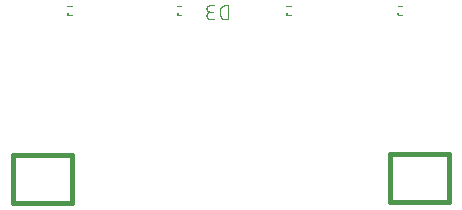
<source format=gbr>
G04 EAGLE Gerber RS-274X export*
G75*
%MOMM*%
%FSLAX34Y34*%
%LPD*%
%INSilkscreen Bottom*%
%IPPOS*%
%AMOC8*
5,1,8,0,0,1.08239X$1,22.5*%
G01*
%ADD10C,0.101600*%
%ADD11R,0.250000X0.225000*%
%ADD12C,0.406400*%


D10*
X338000Y166500D02*
X342000Y166500D01*
X342000Y173500D02*
X338000Y173500D01*
D11*
X338750Y167125D03*
D10*
X248000Y166500D02*
X244000Y166500D01*
X244000Y173500D02*
X248000Y173500D01*
D11*
X244750Y167125D03*
D10*
X155000Y166500D02*
X151000Y166500D01*
X151000Y173500D02*
X155000Y173500D01*
D11*
X151750Y167125D03*
D10*
X62000Y166500D02*
X58000Y166500D01*
X58000Y173500D02*
X62000Y173500D01*
D11*
X58750Y167125D03*
D12*
X331800Y48100D02*
X381800Y48100D01*
X381800Y8100D01*
X331800Y8100D01*
X331800Y48100D01*
X62800Y7300D02*
X12800Y7300D01*
X12800Y47300D01*
X62800Y47300D01*
X62800Y7300D01*
D10*
X194492Y162508D02*
X194492Y174192D01*
X191246Y174192D01*
X191133Y174190D01*
X191020Y174184D01*
X190907Y174174D01*
X190794Y174160D01*
X190682Y174143D01*
X190571Y174121D01*
X190461Y174096D01*
X190351Y174066D01*
X190243Y174033D01*
X190136Y173996D01*
X190030Y173956D01*
X189926Y173911D01*
X189823Y173863D01*
X189722Y173812D01*
X189623Y173757D01*
X189526Y173699D01*
X189431Y173637D01*
X189338Y173572D01*
X189248Y173504D01*
X189160Y173433D01*
X189074Y173358D01*
X188991Y173281D01*
X188911Y173201D01*
X188834Y173118D01*
X188759Y173032D01*
X188688Y172944D01*
X188620Y172854D01*
X188555Y172761D01*
X188493Y172666D01*
X188435Y172569D01*
X188380Y172470D01*
X188329Y172369D01*
X188281Y172266D01*
X188236Y172162D01*
X188196Y172056D01*
X188159Y171949D01*
X188126Y171841D01*
X188096Y171731D01*
X188071Y171621D01*
X188049Y171510D01*
X188032Y171398D01*
X188018Y171285D01*
X188008Y171172D01*
X188002Y171059D01*
X188000Y170946D01*
X188001Y170946D02*
X188001Y165754D01*
X188000Y165754D02*
X188002Y165641D01*
X188008Y165528D01*
X188018Y165415D01*
X188032Y165302D01*
X188049Y165190D01*
X188071Y165079D01*
X188096Y164969D01*
X188126Y164859D01*
X188159Y164751D01*
X188196Y164644D01*
X188236Y164538D01*
X188281Y164434D01*
X188329Y164331D01*
X188380Y164230D01*
X188435Y164131D01*
X188493Y164034D01*
X188555Y163939D01*
X188620Y163846D01*
X188688Y163756D01*
X188759Y163668D01*
X188834Y163582D01*
X188911Y163499D01*
X188991Y163419D01*
X189074Y163342D01*
X189160Y163267D01*
X189248Y163196D01*
X189338Y163128D01*
X189431Y163063D01*
X189526Y163001D01*
X189623Y162943D01*
X189722Y162888D01*
X189823Y162837D01*
X189926Y162789D01*
X190030Y162744D01*
X190136Y162704D01*
X190243Y162667D01*
X190351Y162634D01*
X190461Y162604D01*
X190571Y162579D01*
X190682Y162557D01*
X190794Y162540D01*
X190907Y162526D01*
X191020Y162516D01*
X191133Y162510D01*
X191246Y162508D01*
X194492Y162508D01*
X182681Y162508D02*
X179436Y162508D01*
X179323Y162510D01*
X179210Y162516D01*
X179097Y162526D01*
X178984Y162540D01*
X178872Y162557D01*
X178761Y162579D01*
X178651Y162604D01*
X178541Y162634D01*
X178433Y162667D01*
X178326Y162704D01*
X178220Y162744D01*
X178116Y162789D01*
X178013Y162837D01*
X177912Y162888D01*
X177813Y162943D01*
X177716Y163001D01*
X177621Y163063D01*
X177528Y163128D01*
X177438Y163196D01*
X177350Y163267D01*
X177264Y163342D01*
X177181Y163419D01*
X177101Y163499D01*
X177024Y163582D01*
X176949Y163668D01*
X176878Y163756D01*
X176810Y163846D01*
X176745Y163939D01*
X176683Y164034D01*
X176625Y164131D01*
X176570Y164230D01*
X176519Y164331D01*
X176471Y164434D01*
X176426Y164538D01*
X176386Y164644D01*
X176349Y164751D01*
X176316Y164859D01*
X176286Y164969D01*
X176261Y165079D01*
X176239Y165190D01*
X176222Y165302D01*
X176208Y165415D01*
X176198Y165528D01*
X176192Y165641D01*
X176190Y165754D01*
X176192Y165867D01*
X176198Y165980D01*
X176208Y166093D01*
X176222Y166206D01*
X176239Y166318D01*
X176261Y166429D01*
X176286Y166539D01*
X176316Y166649D01*
X176349Y166757D01*
X176386Y166864D01*
X176426Y166970D01*
X176471Y167074D01*
X176519Y167177D01*
X176570Y167278D01*
X176625Y167377D01*
X176683Y167474D01*
X176745Y167569D01*
X176810Y167662D01*
X176878Y167752D01*
X176949Y167840D01*
X177024Y167926D01*
X177101Y168009D01*
X177181Y168089D01*
X177264Y168166D01*
X177350Y168241D01*
X177438Y168312D01*
X177528Y168380D01*
X177621Y168445D01*
X177716Y168507D01*
X177813Y168565D01*
X177912Y168620D01*
X178013Y168671D01*
X178116Y168719D01*
X178220Y168764D01*
X178326Y168804D01*
X178433Y168841D01*
X178541Y168874D01*
X178651Y168904D01*
X178761Y168929D01*
X178872Y168951D01*
X178984Y168968D01*
X179097Y168982D01*
X179210Y168992D01*
X179323Y168998D01*
X179436Y169000D01*
X178786Y174192D02*
X182681Y174192D01*
X178786Y174192D02*
X178685Y174190D01*
X178585Y174184D01*
X178485Y174174D01*
X178385Y174161D01*
X178286Y174143D01*
X178187Y174122D01*
X178090Y174097D01*
X177993Y174068D01*
X177898Y174035D01*
X177804Y173999D01*
X177712Y173959D01*
X177621Y173916D01*
X177532Y173869D01*
X177445Y173819D01*
X177359Y173765D01*
X177276Y173708D01*
X177196Y173648D01*
X177117Y173585D01*
X177041Y173518D01*
X176968Y173449D01*
X176898Y173377D01*
X176830Y173303D01*
X176765Y173226D01*
X176704Y173146D01*
X176645Y173064D01*
X176590Y172980D01*
X176538Y172894D01*
X176489Y172806D01*
X176444Y172716D01*
X176402Y172624D01*
X176364Y172531D01*
X176330Y172436D01*
X176299Y172341D01*
X176272Y172244D01*
X176249Y172146D01*
X176229Y172047D01*
X176214Y171947D01*
X176202Y171847D01*
X176194Y171747D01*
X176190Y171646D01*
X176190Y171546D01*
X176194Y171445D01*
X176202Y171345D01*
X176214Y171245D01*
X176229Y171145D01*
X176249Y171046D01*
X176272Y170948D01*
X176299Y170851D01*
X176330Y170756D01*
X176364Y170661D01*
X176402Y170568D01*
X176444Y170476D01*
X176489Y170386D01*
X176538Y170298D01*
X176590Y170212D01*
X176645Y170128D01*
X176704Y170046D01*
X176765Y169966D01*
X176830Y169889D01*
X176898Y169815D01*
X176968Y169743D01*
X177041Y169674D01*
X177117Y169607D01*
X177196Y169544D01*
X177276Y169484D01*
X177359Y169427D01*
X177445Y169373D01*
X177532Y169323D01*
X177621Y169276D01*
X177712Y169233D01*
X177804Y169193D01*
X177898Y169157D01*
X177993Y169124D01*
X178090Y169095D01*
X178187Y169070D01*
X178286Y169049D01*
X178385Y169031D01*
X178485Y169018D01*
X178585Y169008D01*
X178685Y169002D01*
X178786Y169000D01*
X178786Y168999D02*
X181383Y168999D01*
M02*

</source>
